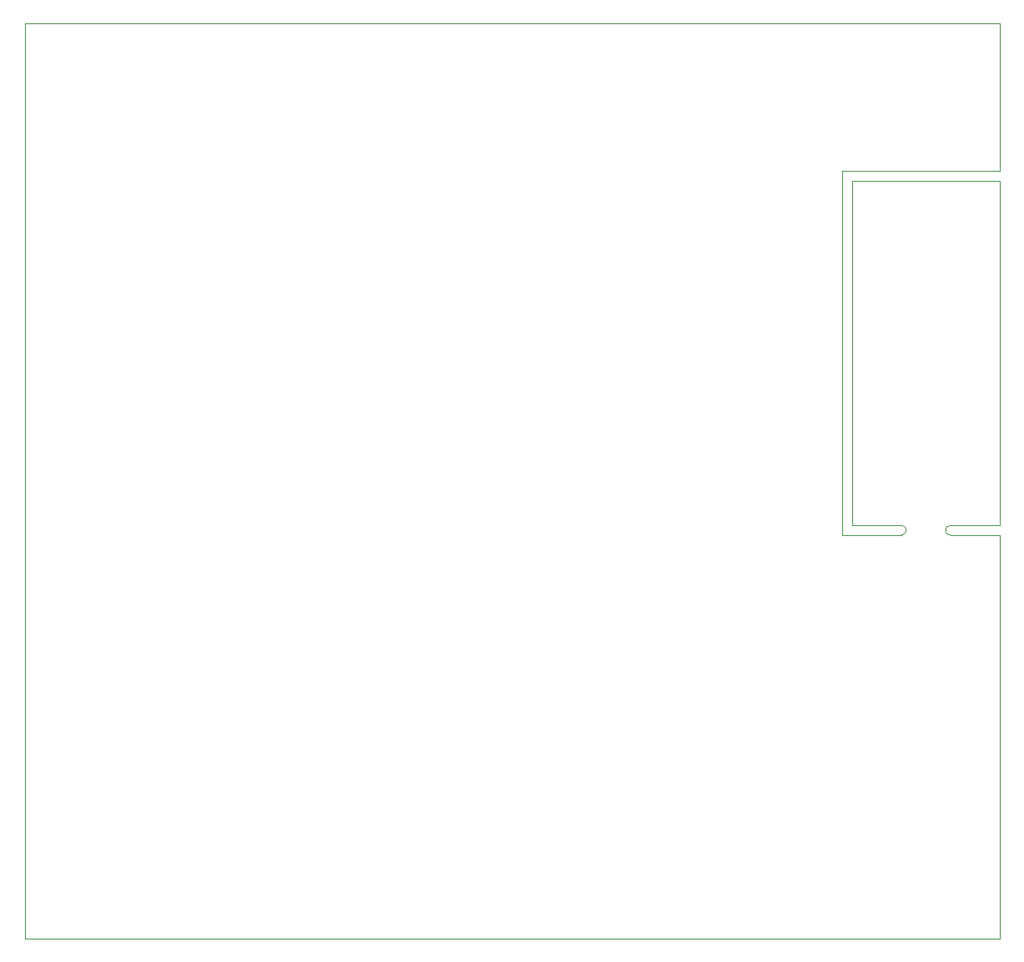
<source format=gbr>
%TF.GenerationSoftware,KiCad,Pcbnew,(5.1.6)-1*%
%TF.CreationDate,2020-07-21T16:26:21+08:00*%
%TF.ProjectId,Egg_segregator,4567675f-7365-4677-9265-6761746f722e,rev?*%
%TF.SameCoordinates,Original*%
%TF.FileFunction,Profile,NP*%
%FSLAX46Y46*%
G04 Gerber Fmt 4.6, Leading zero omitted, Abs format (unit mm)*
G04 Created by KiCad (PCBNEW (5.1.6)-1) date 2020-07-21 16:26:21*
%MOMM*%
%LPD*%
G01*
G04 APERTURE LIST*
%TA.AperFunction,Profile*%
%ADD10C,0.050000*%
%TD*%
G04 APERTURE END LIST*
D10*
X189992000Y-87000000D02*
X185000000Y-87000000D01*
X185000000Y-87000000D02*
G75*
G02*
X185000000Y-86000000I0J500000D01*
G01*
X180000000Y-86000000D02*
G75*
G02*
X180000000Y-87000000I0J-500000D01*
G01*
X174000000Y-87000000D02*
X180000000Y-87000000D01*
X189992000Y-87000000D02*
X190000000Y-128000000D01*
X190000000Y-51000000D02*
X189992000Y-86000000D01*
X190000000Y-35000000D02*
X190000000Y-50000000D01*
X189992000Y-86000000D02*
X185000000Y-86000000D01*
X175000000Y-86000000D02*
X180000000Y-86000000D01*
X175000000Y-51000000D02*
X175000000Y-86000000D01*
X190000000Y-51000000D02*
X175000000Y-51000000D01*
X174000000Y-50000000D02*
X174000000Y-87000000D01*
X190000000Y-50000000D02*
X174000000Y-50000000D01*
X190000000Y-35000000D02*
X91000000Y-35000000D01*
X91000000Y-128000000D02*
X91000000Y-35000000D01*
X190000000Y-128000000D02*
X91000000Y-128000000D01*
M02*

</source>
